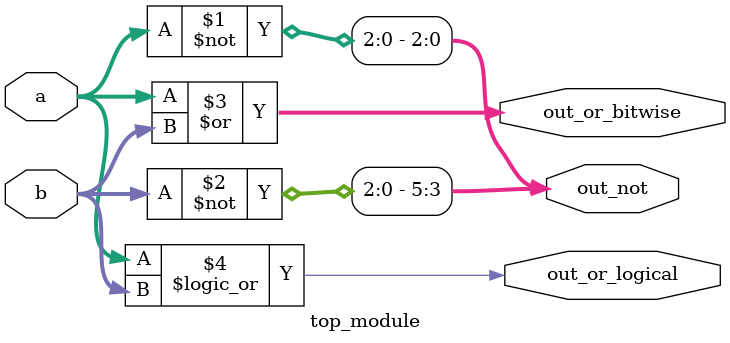
<source format=v>
module top_module( 
    input [2:0] a,
    input [2:0] b,
    output [2:0] out_or_bitwise,
    output out_or_logical,
    output [5:0] out_not
);

    assign out_not[2:0] = ~a;
    assign out_not[5:3] = ~b;
    
    assign out_or_bitwise = a | b;
    assign out_or_logical = a || b;
endmodule

</source>
